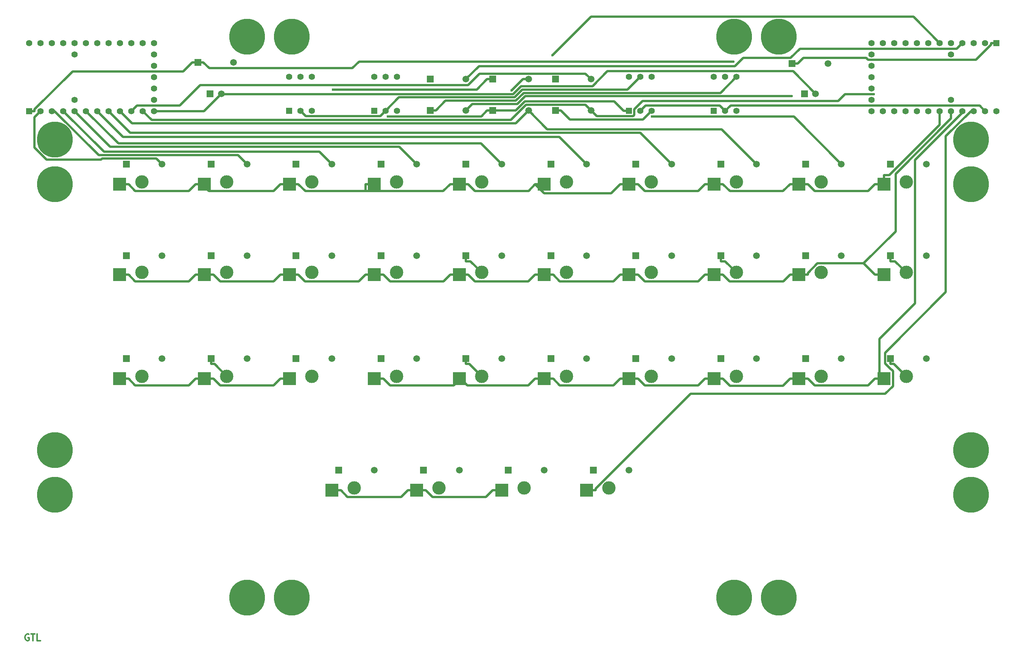
<source format=gtl>
G04 #@! TF.FileFunction,Copper,L1,Top,Signal*
%FSLAX46Y46*%
G04 Gerber Fmt 4.6, Leading zero omitted, Abs format (unit mm)*
G04 Created by KiCad (PCBNEW 4.0.7) date 11/07/17 14:35:55*
%MOMM*%
%LPD*%
G01*
G04 APERTURE LIST*
%ADD10C,0.200000*%
%ADD11C,0.300000*%
%ADD12R,1.500000X1.500000*%
%ADD13C,1.500000*%
%ADD14R,3.000000X3.000000*%
%ADD15C,3.000000*%
%ADD16R,1.400000X1.400000*%
%ADD17C,1.400000*%
%ADD18C,8.000000*%
%ADD19C,0.600000*%
%ADD20C,0.500000*%
G04 APERTURE END LIST*
D10*
D11*
X111214286Y-201250000D02*
X111071429Y-201178571D01*
X110857143Y-201178571D01*
X110642858Y-201250000D01*
X110500000Y-201392857D01*
X110428572Y-201535714D01*
X110357143Y-201821429D01*
X110357143Y-202035714D01*
X110428572Y-202321429D01*
X110500000Y-202464286D01*
X110642858Y-202607143D01*
X110857143Y-202678571D01*
X111000000Y-202678571D01*
X111214286Y-202607143D01*
X111285715Y-202535714D01*
X111285715Y-202035714D01*
X111000000Y-202035714D01*
X111714286Y-201178571D02*
X112571429Y-201178571D01*
X112142858Y-202678571D02*
X112142858Y-201178571D01*
X113785715Y-202678571D02*
X113071429Y-202678571D01*
X113071429Y-201178571D01*
D12*
X133000000Y-96000000D03*
D13*
X141000000Y-96000000D03*
D12*
X152000000Y-96000000D03*
D13*
X160000000Y-96000000D03*
D12*
X171000000Y-96000000D03*
D13*
X179000000Y-96000000D03*
D12*
X190000000Y-96000000D03*
D13*
X198000000Y-96000000D03*
D12*
X209000000Y-96000000D03*
D13*
X217000000Y-96000000D03*
D12*
X228000000Y-96000000D03*
D13*
X236000000Y-96000000D03*
D12*
X247000000Y-96000000D03*
D13*
X255000000Y-96000000D03*
D12*
X266000000Y-96000000D03*
D13*
X274000000Y-96000000D03*
D12*
X285000000Y-96000000D03*
D13*
X293000000Y-96000000D03*
D12*
X304000000Y-96000000D03*
D13*
X312000000Y-96000000D03*
D12*
X133000000Y-116500000D03*
D13*
X141000000Y-116500000D03*
D12*
X152000000Y-116500000D03*
D13*
X160000000Y-116500000D03*
D12*
X171000000Y-116500000D03*
D13*
X179000000Y-116500000D03*
D12*
X190000000Y-116500000D03*
D13*
X198000000Y-116500000D03*
D12*
X209000000Y-116500000D03*
D13*
X217000000Y-116500000D03*
D12*
X228000000Y-116500000D03*
D13*
X236000000Y-116500000D03*
D12*
X247000000Y-116500000D03*
D13*
X255000000Y-116500000D03*
D12*
X266000000Y-116500000D03*
D13*
X274000000Y-116500000D03*
D12*
X285000000Y-116500000D03*
D13*
X293000000Y-116500000D03*
D12*
X304000000Y-116500000D03*
D13*
X312000000Y-116500000D03*
D12*
X133000000Y-139500000D03*
D13*
X141000000Y-139500000D03*
D12*
X152000000Y-139500000D03*
D13*
X160000000Y-139500000D03*
D12*
X171000000Y-139500000D03*
D13*
X179000000Y-139500000D03*
D12*
X190000000Y-139500000D03*
D13*
X198000000Y-139500000D03*
D12*
X209000000Y-139500000D03*
D13*
X217000000Y-139500000D03*
D12*
X228000000Y-139500000D03*
D13*
X236000000Y-139500000D03*
D12*
X247000000Y-139500000D03*
D13*
X255000000Y-139500000D03*
D12*
X266000000Y-139500000D03*
D13*
X274000000Y-139500000D03*
D12*
X285000000Y-139500000D03*
D13*
X293000000Y-139500000D03*
D12*
X304000000Y-139500000D03*
D13*
X312000000Y-139500000D03*
D12*
X180500000Y-164500000D03*
D13*
X188500000Y-164500000D03*
D12*
X199500000Y-164500000D03*
D13*
X207500000Y-164500000D03*
D12*
X201000000Y-77000000D03*
D13*
X209000000Y-77000000D03*
D12*
X201000000Y-84000000D03*
D13*
X209000000Y-84000000D03*
D12*
X215000000Y-77000000D03*
D13*
X223000000Y-77000000D03*
D12*
X218500000Y-164500000D03*
D13*
X226500000Y-164500000D03*
D12*
X237500000Y-164500000D03*
D13*
X245500000Y-164500000D03*
D12*
X215000000Y-84000000D03*
D13*
X223000000Y-84000000D03*
D12*
X229000000Y-77000000D03*
D13*
X237000000Y-77000000D03*
D12*
X229000000Y-84000000D03*
D13*
X237000000Y-84000000D03*
X154250000Y-80250000D03*
D12*
X151750000Y-80250000D03*
X149000000Y-73250000D03*
D13*
X157000000Y-73250000D03*
D14*
X131500000Y-100500000D03*
D15*
X136500000Y-100000000D03*
D14*
X150500000Y-100500000D03*
D15*
X155500000Y-100000000D03*
D14*
X169500000Y-100500000D03*
D15*
X174500000Y-100000000D03*
D14*
X188500000Y-100500000D03*
D15*
X193500000Y-100000000D03*
D14*
X207500000Y-100500000D03*
D15*
X212500000Y-100000000D03*
D14*
X226500000Y-100500000D03*
D15*
X231500000Y-100000000D03*
D14*
X245500000Y-100500000D03*
D15*
X250500000Y-100000000D03*
D14*
X264500000Y-100500000D03*
D15*
X269500000Y-100000000D03*
D14*
X283500000Y-100500000D03*
D15*
X288500000Y-100000000D03*
D14*
X302500000Y-100500000D03*
D15*
X307500000Y-100000000D03*
D14*
X131500000Y-120750000D03*
D15*
X136500000Y-120250000D03*
D14*
X150500000Y-120750000D03*
D15*
X155500000Y-120250000D03*
D14*
X169500000Y-120750000D03*
D15*
X174500000Y-120250000D03*
D14*
X188500000Y-120750000D03*
D15*
X193500000Y-120250000D03*
D14*
X207500000Y-120750000D03*
D15*
X212500000Y-120250000D03*
D14*
X226500000Y-120750000D03*
D15*
X231500000Y-120250000D03*
D14*
X245500000Y-120750000D03*
D15*
X250500000Y-120250000D03*
D14*
X264500000Y-120750000D03*
D15*
X269500000Y-120250000D03*
D14*
X283500000Y-120750000D03*
D15*
X288500000Y-120250000D03*
D14*
X302500000Y-120750000D03*
D15*
X307500000Y-120250000D03*
D14*
X131500000Y-144000000D03*
D15*
X136500000Y-143500000D03*
D14*
X150500000Y-144000000D03*
D15*
X155500000Y-143500000D03*
D14*
X169500000Y-144000000D03*
D15*
X174500000Y-143500000D03*
D14*
X188500000Y-144000000D03*
D15*
X193500000Y-143500000D03*
D14*
X207500000Y-144000000D03*
D15*
X212500000Y-143500000D03*
D14*
X226500000Y-144000000D03*
D15*
X231500000Y-143500000D03*
D14*
X245500000Y-144000000D03*
D15*
X250500000Y-143500000D03*
D14*
X264500000Y-144000000D03*
D15*
X269500000Y-143500000D03*
D14*
X283500000Y-144000000D03*
D15*
X288500000Y-143500000D03*
D14*
X302500000Y-144000000D03*
D15*
X307500000Y-143500000D03*
D14*
X179000000Y-169000000D03*
D15*
X184000000Y-168500000D03*
D14*
X198000000Y-169000000D03*
D15*
X203000000Y-168500000D03*
D14*
X217000000Y-169000000D03*
D15*
X222000000Y-168500000D03*
D14*
X236000000Y-169000000D03*
D15*
X241000000Y-168500000D03*
D16*
X264460000Y-84060000D03*
D17*
X267000000Y-84060000D03*
X269540000Y-84060000D03*
X269540000Y-76440000D03*
X267000000Y-76440000D03*
X264460000Y-76440000D03*
D16*
X245460000Y-84060000D03*
D17*
X248000000Y-84060000D03*
X250540000Y-84060000D03*
X250540000Y-76440000D03*
X248000000Y-76440000D03*
X245460000Y-76440000D03*
D16*
X169460000Y-84060000D03*
D17*
X172000000Y-84060000D03*
X174540000Y-84060000D03*
X174540000Y-76440000D03*
X172000000Y-76440000D03*
X169460000Y-76440000D03*
D16*
X188460000Y-84060000D03*
D17*
X191000000Y-84060000D03*
X193540000Y-84060000D03*
X193540000Y-76440000D03*
X191000000Y-76440000D03*
X188460000Y-76440000D03*
D13*
X287250000Y-80250000D03*
D12*
X284750000Y-80250000D03*
X282000000Y-73500000D03*
D13*
X290000000Y-73500000D03*
D18*
X160000000Y-67500000D03*
X170000000Y-67500000D03*
X269000000Y-67500000D03*
X279000000Y-67500000D03*
X322000000Y-90500000D03*
X322000000Y-100500000D03*
X322000000Y-160000000D03*
X322000000Y-170000000D03*
X279000000Y-193000000D03*
X269000000Y-193000000D03*
X170000000Y-193000000D03*
X160000000Y-193000000D03*
X117000000Y-170000000D03*
X117000000Y-160000000D03*
X117000000Y-100500000D03*
X117000000Y-90500000D03*
D16*
X111280000Y-84120000D03*
D17*
X113820000Y-84120000D03*
X116360000Y-84120000D03*
X118900000Y-84120000D03*
X121440000Y-84120000D03*
X123980000Y-84120000D03*
X126520000Y-84120000D03*
X129060000Y-84120000D03*
X131600000Y-84120000D03*
X134140000Y-84120000D03*
X136680000Y-84120000D03*
X139220000Y-84120000D03*
X139220000Y-81580000D03*
X139220000Y-79040000D03*
X139220000Y-76500000D03*
X139220000Y-73960000D03*
X139220000Y-71420000D03*
X131600000Y-68880000D03*
X134140000Y-68880000D03*
X139220000Y-68880000D03*
X136680000Y-68880000D03*
X129060000Y-68880000D03*
X126520000Y-68880000D03*
X123980000Y-68880000D03*
X121440000Y-68880000D03*
X118900000Y-68880000D03*
X116360000Y-68880000D03*
X113820000Y-68880000D03*
X111280000Y-68880000D03*
X121440000Y-81580000D03*
X121440000Y-71420000D03*
D16*
X327720000Y-68880000D03*
D17*
X325180000Y-68880000D03*
X322640000Y-68880000D03*
X320100000Y-68880000D03*
X317560000Y-68880000D03*
X315020000Y-68880000D03*
X312480000Y-68880000D03*
X309940000Y-68880000D03*
X307400000Y-68880000D03*
X304860000Y-68880000D03*
X302320000Y-68880000D03*
X299780000Y-68880000D03*
X299780000Y-71420000D03*
X299780000Y-73960000D03*
X299780000Y-76500000D03*
X299780000Y-79040000D03*
X299780000Y-81580000D03*
X307400000Y-84120000D03*
X304860000Y-84120000D03*
X299780000Y-84120000D03*
X302320000Y-84120000D03*
X309940000Y-84120000D03*
X312480000Y-84120000D03*
X315020000Y-84120000D03*
X317560000Y-84120000D03*
X320100000Y-84120000D03*
X322640000Y-84120000D03*
X325180000Y-84120000D03*
X327720000Y-84120000D03*
X317560000Y-71420000D03*
X317560000Y-81580000D03*
D19*
X281874200Y-80809600D03*
X219243900Y-79497700D03*
X228363500Y-71636500D03*
X250603600Y-85350500D03*
X300251400Y-80310000D03*
X179261500Y-79338500D03*
X191543600Y-85304500D03*
X268872800Y-73025700D03*
D20*
X139749700Y-94749700D02*
X141000000Y-96000000D01*
X127604700Y-94749700D02*
X139749700Y-94749700D01*
X127344300Y-95010100D02*
X127604700Y-94749700D01*
X115128200Y-95010100D02*
X127344300Y-95010100D01*
X112437000Y-92318900D02*
X115128200Y-95010100D01*
X112437000Y-85503000D02*
X112437000Y-92318900D01*
X113820000Y-84120000D02*
X112437000Y-85503000D01*
X116984600Y-84120000D02*
X116360000Y-84120000D01*
X126864000Y-93999400D02*
X116984600Y-84120000D01*
X157999400Y-93999400D02*
X126864000Y-93999400D01*
X160000000Y-96000000D02*
X157999400Y-93999400D01*
X176244400Y-93244400D02*
X179000000Y-96000000D01*
X128024400Y-93244400D02*
X176244400Y-93244400D01*
X118900000Y-84120000D02*
X128024400Y-93244400D01*
X318830000Y-70150000D02*
X320100000Y-68880000D01*
X283751500Y-70150000D02*
X318830000Y-70150000D01*
X281651900Y-72249600D02*
X283751500Y-70150000D01*
X271003000Y-72249600D02*
X281651900Y-72249600D01*
X269170800Y-74081800D02*
X271003000Y-72249600D01*
X211918200Y-74081800D02*
X269170800Y-74081800D01*
X209000000Y-77000000D02*
X211918200Y-74081800D01*
X194107700Y-92107700D02*
X198000000Y-96000000D01*
X129427700Y-92107700D02*
X194107700Y-92107700D01*
X121440000Y-84120000D02*
X129427700Y-92107700D01*
X222247700Y-80809600D02*
X281874200Y-80809600D01*
X220494000Y-82563300D02*
X222247700Y-80809600D01*
X210436700Y-82563300D02*
X220494000Y-82563300D01*
X209000000Y-84000000D02*
X210436700Y-82563300D01*
X212357400Y-91357400D02*
X217000000Y-96000000D01*
X131217400Y-91357400D02*
X212357400Y-91357400D01*
X123980000Y-84120000D02*
X131217400Y-91357400D01*
X221741600Y-77000000D02*
X219243900Y-79497700D01*
X223000000Y-77000000D02*
X221741600Y-77000000D01*
X237028800Y-62971200D02*
X228363500Y-71636500D01*
X309111200Y-62971200D02*
X237028800Y-62971200D01*
X315020000Y-68880000D02*
X309111200Y-62971200D01*
X229898300Y-89898300D02*
X236000000Y-96000000D01*
X132298300Y-89898300D02*
X229898300Y-89898300D01*
X126520000Y-84120000D02*
X132298300Y-89898300D01*
X247970100Y-88970100D02*
X255000000Y-96000000D01*
X133910100Y-88970100D02*
X247970100Y-88970100D01*
X129060000Y-84120000D02*
X133910100Y-88970100D01*
X220142700Y-86857300D02*
X223000000Y-84000000D01*
X134337300Y-86857300D02*
X220142700Y-86857300D01*
X131600000Y-84120000D02*
X134337300Y-86857300D01*
X266219700Y-88219700D02*
X274000000Y-96000000D01*
X227219700Y-88219700D02*
X266219700Y-88219700D01*
X223000000Y-84000000D02*
X227219700Y-88219700D01*
X235749600Y-75749600D02*
X237000000Y-77000000D01*
X212031400Y-75749600D02*
X235749600Y-75749600D01*
X209506100Y-78274900D02*
X212031400Y-75749600D01*
X149516300Y-78274900D02*
X209506100Y-78274900D01*
X144941200Y-82850000D02*
X149516300Y-78274900D01*
X135410000Y-82850000D02*
X144941200Y-82850000D01*
X134140000Y-84120000D02*
X135410000Y-82850000D01*
X282350500Y-85350500D02*
X250603600Y-85350500D01*
X293000000Y-96000000D02*
X282350500Y-85350500D01*
X235749700Y-82749700D02*
X237000000Y-84000000D01*
X222430100Y-82749700D02*
X235749700Y-82749700D01*
X219074600Y-86105200D02*
X222430100Y-82749700D01*
X138665200Y-86105200D02*
X219074600Y-86105200D01*
X136680000Y-84120000D02*
X138665200Y-86105200D01*
X238260400Y-85260400D02*
X237000000Y-84000000D01*
X246403500Y-85260400D02*
X238260400Y-85260400D01*
X246660400Y-85003500D02*
X246403500Y-85260400D01*
X246660400Y-83694400D02*
X246660400Y-85003500D01*
X248492500Y-81862300D02*
X246660400Y-83694400D01*
X292281200Y-81862300D02*
X248492500Y-81862300D01*
X293833500Y-80310000D02*
X292281200Y-81862300D01*
X300251400Y-80310000D02*
X293833500Y-80310000D01*
X210000300Y-117750300D02*
X209000000Y-117750300D01*
X212500000Y-120250000D02*
X210000300Y-117750300D01*
X209000000Y-116500000D02*
X209000000Y-117750300D01*
X267000300Y-117750300D02*
X266000000Y-117750300D01*
X269500000Y-120250000D02*
X267000300Y-117750300D01*
X266000000Y-116500000D02*
X266000000Y-117750300D01*
X305000300Y-117750300D02*
X304000000Y-117750300D01*
X307500000Y-120250000D02*
X305000300Y-117750300D01*
X304000000Y-116500000D02*
X304000000Y-117750300D01*
X152750300Y-140750300D02*
X152000000Y-140750300D01*
X155500000Y-143500000D02*
X152750300Y-140750300D01*
X152000000Y-139500000D02*
X152000000Y-140750300D01*
X209750300Y-140750300D02*
X209000000Y-140750300D01*
X212500000Y-143500000D02*
X209750300Y-140750300D01*
X209000000Y-139500000D02*
X209000000Y-140750300D01*
X304750300Y-140750300D02*
X304000000Y-140750300D01*
X307500000Y-143500000D02*
X304750300Y-140750300D01*
X304000000Y-139500000D02*
X304000000Y-140750300D01*
X201000000Y-84000000D02*
X202250300Y-84000000D01*
X204437300Y-81813000D02*
X202250300Y-84000000D01*
X220183100Y-81813000D02*
X204437300Y-81813000D01*
X221936800Y-80059300D02*
X220183100Y-81813000D01*
X265920700Y-80059300D02*
X221936800Y-80059300D01*
X269540000Y-76440000D02*
X265920700Y-80059300D01*
X215000000Y-77000000D02*
X213749700Y-77000000D01*
X211411200Y-79338500D02*
X179261500Y-79338500D01*
X213749700Y-77000000D02*
X211411200Y-79338500D01*
X245460000Y-84060000D02*
X244259700Y-84060000D01*
X215000000Y-84000000D02*
X216250300Y-84000000D01*
X215000000Y-84000000D02*
X213749700Y-84000000D01*
X212445200Y-85304500D02*
X191543600Y-85304500D01*
X213749700Y-84000000D02*
X212445200Y-85304500D01*
X242136500Y-81936800D02*
X244259700Y-84060000D01*
X222181800Y-81936800D02*
X242136500Y-81936800D01*
X220118600Y-84000000D02*
X222181800Y-81936800D01*
X216250300Y-84000000D02*
X220118600Y-84000000D01*
X229000000Y-84000000D02*
X230250300Y-84000000D01*
X232261600Y-86011300D02*
X230250300Y-84000000D01*
X248588700Y-86011300D02*
X232261600Y-86011300D01*
X250540000Y-84060000D02*
X248588700Y-86011300D01*
X150380000Y-84120000D02*
X154250000Y-80250000D01*
X139220000Y-84120000D02*
X150380000Y-84120000D01*
X154312400Y-80312400D02*
X154250000Y-80250000D01*
X219561300Y-80312400D02*
X154312400Y-80312400D01*
X221315000Y-78558700D02*
X219561300Y-80312400D01*
X237309200Y-78558700D02*
X221315000Y-78558700D01*
X240655600Y-75212300D02*
X237309200Y-78558700D01*
X282212300Y-75212300D02*
X240655600Y-75212300D01*
X287250000Y-80250000D02*
X282212300Y-75212300D01*
X282000000Y-73500000D02*
X283250300Y-73500000D01*
X327720000Y-68880000D02*
X326519700Y-68880000D01*
X326519700Y-69255100D02*
X326519700Y-68880000D01*
X323139900Y-72634900D02*
X326519700Y-69255100D01*
X298969400Y-72634900D02*
X323139900Y-72634900D01*
X298584100Y-72249600D02*
X298969400Y-72634900D01*
X284500700Y-72249600D02*
X298584100Y-72249600D01*
X283250300Y-73500000D02*
X284500700Y-72249600D01*
X149000000Y-73250000D02*
X150250300Y-73250000D01*
X145769700Y-75230000D02*
X147749700Y-73250000D01*
X120995200Y-75230000D02*
X145769700Y-75230000D01*
X112480300Y-83744900D02*
X120995200Y-75230000D01*
X112480300Y-84120000D02*
X112480300Y-83744900D01*
X111280000Y-84120000D02*
X112480300Y-84120000D01*
X149000000Y-73250000D02*
X147749700Y-73250000D01*
X185087700Y-73025700D02*
X268872800Y-73025700D01*
X183572100Y-74541300D02*
X185087700Y-73025700D01*
X151541600Y-74541300D02*
X183572100Y-74541300D01*
X150250300Y-73250000D02*
X151541600Y-74541300D01*
X188500000Y-100500000D02*
X186499700Y-100500000D01*
X207500000Y-100500000D02*
X205499700Y-100500000D01*
X226500000Y-100500000D02*
X224499700Y-100500000D01*
X207500000Y-100500000D02*
X209500300Y-100500000D01*
X211000700Y-102000400D02*
X209500300Y-100500000D01*
X222999300Y-102000400D02*
X211000700Y-102000400D01*
X224499700Y-100500000D02*
X222999300Y-102000400D01*
X245500000Y-100500000D02*
X243499700Y-100500000D01*
X241499400Y-102500300D02*
X243499700Y-100500000D01*
X226500000Y-102500300D02*
X241499400Y-102500300D01*
X224499700Y-100500000D02*
X226500000Y-102500300D01*
X265500200Y-100500000D02*
X266500300Y-100500000D01*
X265500200Y-100500000D02*
X264500000Y-100500000D01*
X249000700Y-102000400D02*
X247500300Y-100500000D01*
X260999300Y-102000400D02*
X249000700Y-102000400D01*
X262499700Y-100500000D02*
X260999300Y-102000400D01*
X264500000Y-100500000D02*
X262499700Y-100500000D01*
X245500000Y-100500000D02*
X247500300Y-100500000D01*
X268031600Y-102031300D02*
X266500300Y-100500000D01*
X279968400Y-102031300D02*
X268031600Y-102031300D01*
X281499700Y-100500000D02*
X279968400Y-102031300D01*
X315020000Y-87229900D02*
X315020000Y-84120000D01*
X303750200Y-98499700D02*
X315020000Y-87229900D01*
X302500000Y-98499700D02*
X303750200Y-98499700D01*
X302500000Y-100500000D02*
X302500000Y-98499700D01*
X146999300Y-102000400D02*
X148499700Y-100500000D01*
X135000700Y-102000400D02*
X146999300Y-102000400D01*
X133500300Y-100500000D02*
X135000700Y-102000400D01*
X131500000Y-100500000D02*
X133500300Y-100500000D01*
X149499900Y-100500000D02*
X149945900Y-100500000D01*
X149499900Y-100500000D02*
X148499700Y-100500000D01*
X150500000Y-100500000D02*
X149945900Y-100500000D01*
X165999300Y-102000400D02*
X167499700Y-100500000D01*
X151446300Y-102000400D02*
X165999300Y-102000400D01*
X149945900Y-100500000D02*
X151446300Y-102000400D01*
X169500000Y-100500000D02*
X167499700Y-100500000D01*
X169500000Y-100500000D02*
X171500300Y-100500000D01*
X186499700Y-100500000D02*
X186499700Y-102062700D01*
X203937000Y-102062700D02*
X186499700Y-102062700D01*
X205499700Y-100500000D02*
X203937000Y-102062700D01*
X173063000Y-102062700D02*
X171500300Y-100500000D01*
X186499700Y-102062700D02*
X173063000Y-102062700D01*
X282499900Y-100500000D02*
X281499700Y-100500000D01*
X282499900Y-100500000D02*
X283500000Y-100500000D01*
X298987400Y-102012300D02*
X300499700Y-100500000D01*
X287012600Y-102012300D02*
X298987400Y-102012300D01*
X285500300Y-100500000D02*
X287012600Y-102012300D01*
X283500000Y-100500000D02*
X285500300Y-100500000D01*
X302500000Y-100500000D02*
X300499700Y-100500000D01*
X283500000Y-120750000D02*
X285500300Y-120750000D01*
X302500000Y-120750000D02*
X300499700Y-120750000D01*
X165987400Y-122262300D02*
X167499700Y-120750000D01*
X154012600Y-122262300D02*
X165987400Y-122262300D01*
X152500300Y-120750000D02*
X154012600Y-122262300D01*
X150500000Y-120750000D02*
X152500300Y-120750000D01*
X203987400Y-122262300D02*
X205499700Y-120750000D01*
X192012600Y-122262300D02*
X203987400Y-122262300D01*
X190500300Y-120750000D02*
X192012600Y-122262300D01*
X188500000Y-120750000D02*
X190500300Y-120750000D01*
X206499900Y-120750000D02*
X205499700Y-120750000D01*
X260987400Y-122262300D02*
X262499700Y-120750000D01*
X249012600Y-122262300D02*
X260987400Y-122262300D01*
X247500300Y-120750000D02*
X249012600Y-122262300D01*
X245500000Y-120750000D02*
X247500300Y-120750000D01*
X263499900Y-120750000D02*
X262499700Y-120750000D01*
X263499900Y-120750000D02*
X264500000Y-120750000D01*
X279987400Y-122262300D02*
X281499700Y-120750000D01*
X268012600Y-122262300D02*
X279987400Y-122262300D01*
X266500300Y-120750000D02*
X268012600Y-122262300D01*
X264500000Y-120750000D02*
X266500300Y-120750000D01*
X283500000Y-120750000D02*
X281499700Y-120750000D01*
X287655900Y-118219300D02*
X297969000Y-118219300D01*
X285500300Y-120374900D02*
X287655900Y-118219300D01*
X285500300Y-120750000D02*
X285500300Y-120374900D01*
X297969000Y-118219300D02*
X300499700Y-120750000D01*
X305116200Y-111072100D02*
X297969000Y-118219300D01*
X305116200Y-98208300D02*
X305116200Y-111072100D01*
X317560000Y-85764500D02*
X305116200Y-98208300D01*
X317560000Y-84120000D02*
X317560000Y-85764500D01*
X146987400Y-122262300D02*
X148499700Y-120750000D01*
X135012600Y-122262300D02*
X146987400Y-122262300D01*
X133500300Y-120750000D02*
X135012600Y-122262300D01*
X131500000Y-120750000D02*
X133500300Y-120750000D01*
X150500000Y-120750000D02*
X148499700Y-120750000D01*
X168499900Y-120750000D02*
X167499700Y-120750000D01*
X168499900Y-120750000D02*
X169500000Y-120750000D01*
X184987400Y-122262300D02*
X186499700Y-120750000D01*
X173012600Y-122262300D02*
X184987400Y-122262300D01*
X171500300Y-120750000D02*
X173012600Y-122262300D01*
X169500000Y-120750000D02*
X171500300Y-120750000D01*
X188500000Y-120750000D02*
X186499700Y-120750000D01*
X241987400Y-122262300D02*
X243499700Y-120750000D01*
X230012600Y-122262300D02*
X241987400Y-122262300D01*
X228500300Y-120750000D02*
X230012600Y-122262300D01*
X226500000Y-120750000D02*
X228500300Y-120750000D01*
X245500000Y-120750000D02*
X243499700Y-120750000D01*
X226500000Y-120750000D02*
X224499700Y-120750000D01*
X206499900Y-120750000D02*
X207500000Y-120750000D01*
X222951300Y-122298400D02*
X224499700Y-120750000D01*
X211048700Y-122298400D02*
X222951300Y-122298400D01*
X209500300Y-120750000D02*
X211048700Y-122298400D01*
X207500000Y-120750000D02*
X209500300Y-120750000D01*
X287063200Y-145562900D02*
X285500300Y-144000000D01*
X298936800Y-145562900D02*
X287063200Y-145562900D01*
X300499700Y-144000000D02*
X298936800Y-145562900D01*
X284500200Y-144000000D02*
X285500300Y-144000000D01*
X284500200Y-144000000D02*
X283500000Y-144000000D01*
X268086600Y-145586300D02*
X266500300Y-144000000D01*
X279913400Y-145586300D02*
X268086600Y-145586300D01*
X281499700Y-144000000D02*
X279913400Y-145586300D01*
X283500000Y-144000000D02*
X281499700Y-144000000D01*
X265500200Y-144000000D02*
X266500300Y-144000000D01*
X265500200Y-144000000D02*
X264500000Y-144000000D01*
X249050800Y-145550500D02*
X247500300Y-144000000D01*
X260949200Y-145550500D02*
X249050800Y-145550500D01*
X262499700Y-144000000D02*
X260949200Y-145550500D01*
X264500000Y-144000000D02*
X262499700Y-144000000D01*
X154028400Y-145528100D02*
X152500300Y-144000000D01*
X165971600Y-145528100D02*
X154028400Y-145528100D01*
X167499700Y-144000000D02*
X165971600Y-145528100D01*
X169500000Y-144000000D02*
X167499700Y-144000000D01*
X151500200Y-144000000D02*
X152500300Y-144000000D01*
X151500200Y-144000000D02*
X150500000Y-144000000D01*
X146999300Y-145500400D02*
X148499700Y-144000000D01*
X135000700Y-145500400D02*
X146999300Y-145500400D01*
X133500300Y-144000000D02*
X135000700Y-145500400D01*
X131500000Y-144000000D02*
X133500300Y-144000000D01*
X150500000Y-144000000D02*
X148499700Y-144000000D01*
X207500000Y-144000000D02*
X207749600Y-144000000D01*
X188500000Y-144000000D02*
X190500300Y-144000000D01*
X192001100Y-145500800D02*
X190500300Y-144000000D01*
X206248800Y-145500800D02*
X192001100Y-145500800D01*
X207749600Y-144000000D02*
X206248800Y-145500800D01*
X226500000Y-144000000D02*
X224499700Y-144000000D01*
X222959700Y-145540000D02*
X224499700Y-144000000D01*
X209289600Y-145540000D02*
X222959700Y-145540000D01*
X207749600Y-144000000D02*
X209289600Y-145540000D01*
X246500200Y-144000000D02*
X247500300Y-144000000D01*
X246500200Y-144000000D02*
X245500000Y-144000000D01*
X230000700Y-145500400D02*
X228500300Y-144000000D01*
X241999300Y-145500400D02*
X230000700Y-145500400D01*
X243499700Y-144000000D02*
X241999300Y-145500400D01*
X245500000Y-144000000D02*
X243499700Y-144000000D01*
X226500000Y-144000000D02*
X228500300Y-144000000D01*
X302500000Y-144000000D02*
X301499900Y-144000000D01*
X301499900Y-144000000D02*
X300499700Y-144000000D01*
X301499900Y-135158600D02*
X301499900Y-144000000D01*
X309500400Y-127158100D02*
X301499900Y-135158600D01*
X309500400Y-95094100D02*
X309500400Y-127158100D01*
X320100000Y-84494500D02*
X309500400Y-95094100D01*
X320100000Y-84120000D02*
X320100000Y-84494500D01*
X201532100Y-170531800D02*
X200000300Y-169000000D01*
X213467900Y-170531800D02*
X201532100Y-170531800D01*
X214999700Y-169000000D02*
X213467900Y-170531800D01*
X217000000Y-169000000D02*
X214999700Y-169000000D01*
X199000200Y-169000000D02*
X200000300Y-169000000D01*
X199000200Y-169000000D02*
X198000000Y-169000000D01*
X182500800Y-170500500D02*
X181000300Y-169000000D01*
X194499200Y-170500500D02*
X182500800Y-170500500D01*
X195999700Y-169000000D02*
X194499200Y-170500500D01*
X198000000Y-169000000D02*
X195999700Y-169000000D01*
X179000000Y-169000000D02*
X181000300Y-169000000D01*
X322002100Y-84120000D02*
X322640000Y-84120000D01*
X316344900Y-89777200D02*
X322002100Y-84120000D01*
X316344900Y-124654300D02*
X316344900Y-89777200D01*
X302749600Y-138249600D02*
X316344900Y-124654300D01*
X302749600Y-140597200D02*
X302749600Y-138249600D01*
X304152000Y-141999600D02*
X302749600Y-140597200D01*
X304245600Y-141999600D02*
X304152000Y-141999600D01*
X304528500Y-142282500D02*
X304245600Y-141999600D01*
X304528500Y-145694600D02*
X304528500Y-142282500D01*
X302824000Y-147399100D02*
X304528500Y-145694600D01*
X259226100Y-147399100D02*
X302824000Y-147399100D01*
X238000300Y-168624900D02*
X259226100Y-147399100D01*
X238000300Y-169000000D02*
X238000300Y-168624900D01*
X236000000Y-169000000D02*
X238000300Y-169000000D01*
X173200400Y-85260400D02*
X172000000Y-84060000D01*
X189799600Y-85260400D02*
X173200400Y-85260400D01*
X191000000Y-84060000D02*
X189799600Y-85260400D01*
X193997300Y-81062700D02*
X191000000Y-84060000D01*
X219872200Y-81062700D02*
X193997300Y-81062700D01*
X221625900Y-79309000D02*
X219872200Y-81062700D01*
X245131000Y-79309000D02*
X221625900Y-79309000D01*
X248000000Y-76440000D02*
X245131000Y-79309000D01*
X265799600Y-82859600D02*
X267000000Y-84060000D01*
X249200400Y-82859600D02*
X265799600Y-82859600D01*
X248000000Y-84060000D02*
X249200400Y-82859600D01*
X268200400Y-82859600D02*
X267000000Y-84060000D01*
X323919600Y-82859600D02*
X268200400Y-82859600D01*
X325180000Y-84120000D02*
X323919600Y-82859600D01*
M02*

</source>
